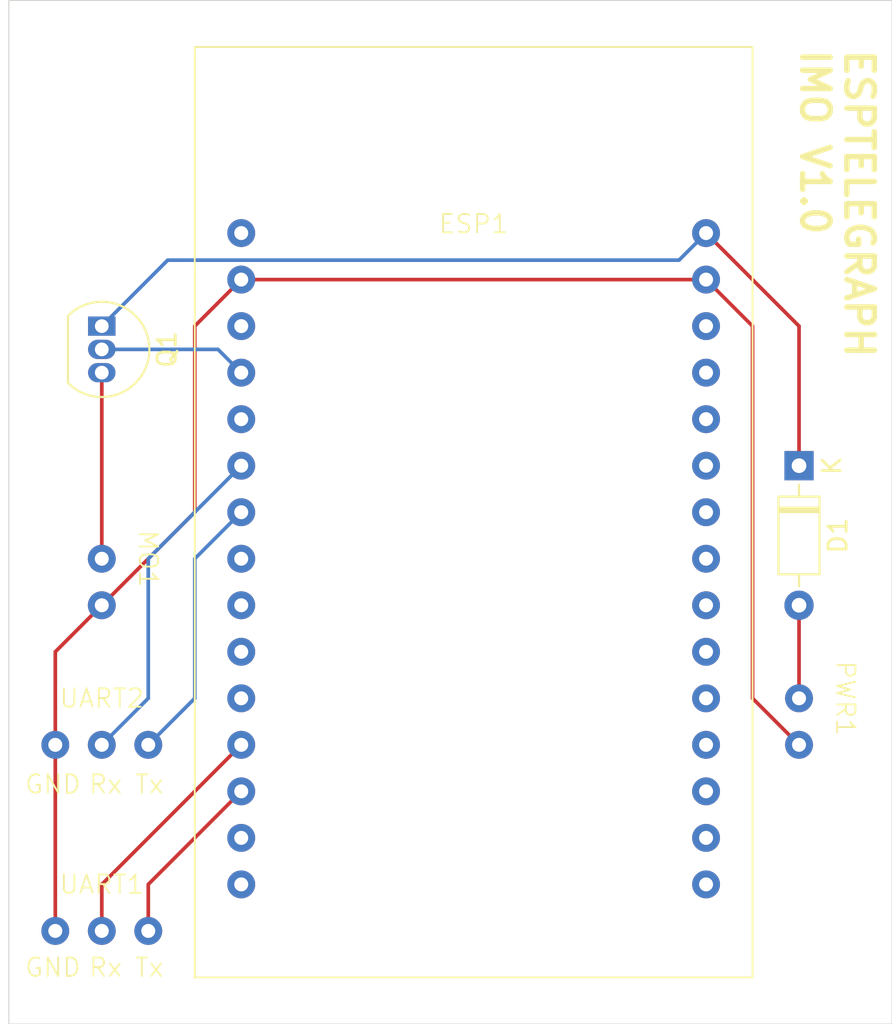
<source format=kicad_pcb>
(kicad_pcb (version 20240108) (generator "pcbnew") (generator_version "8.0")
  (layers (0 "F.Cu" signal) (31 "B.Cu" signal) (34 "B.Paste" user) (35 "F.Paste" user) (36 "B.SilkS" user "B.Silkscreen") (37 "F.SilkS" user "F.Silkscreen") (38 "B.Mask" user) (39 "F.Mask" user) (44 "Edge.Cuts" user))
  (net 0 "")
  (net 1 "Net-(MO1-A)")
  (net 2 "Net-(MO1-B)")
  (net 18 "Net-(ESP1-TX0)")
  (net 24 "Net-(ESP1-RX2)")
  (net 26 "Net-(ESP1-TX2)")
  (net 27 "Net-(ESP1-RX0)")
  (net 29 "Net-(D1-A)")
  (net 30 "Net-(D1-K)")
  (net 31 "Net-(ESP1-D2)")
  (footprint "EspTelegraph:Esp32Dev" (layer "F.Cu") (at 195.58 83.82)
    (property "Reference" "ESP1" (at 0 -0.5 0) (layer "F.SilkS") (effects (font (thickness 0.1))))
    (property "Value" "~")
    (fp_rect (start -15.24 -10.16) (end 15.24 40.64) (stroke (width 0.1)) (fill none) (layer "F.SilkS"))
    (pad "1" thru_hole circle (at -12.7 0) (size 1.524 1.524) (drill 0.762) (layers "*.Cu" "*.Mask"))
    (pad "2" thru_hole circle (at -12.7 2.54) (size 1.524 1.524) (drill 0.762) (layers "*.Cu" "*.Mask") (net 2 "Net-(MO1-B)"))
    (pad "3" thru_hole circle (at -12.7 5.08) (size 1.524 1.524) (drill 0.762) (layers "*.Cu" "*.Mask"))
    (pad "4" thru_hole circle (at -12.7 7.62) (size 1.524 1.524) (drill 0.762) (layers "*.Cu" "*.Mask") (net 31 "Net-(ESP1-D2)"))
    (pad "5" thru_hole circle (at -12.7 10.16) (size 1.524 1.524) (drill 0.762) (layers "*.Cu" "*.Mask"))
    (pad "6" thru_hole circle (at -12.7 12.7) (size 1.524 1.524) (drill 0.762) (layers "*.Cu" "*.Mask") (net 24 "Net-(ESP1-RX2)"))
    (pad "7" thru_hole circle (at -12.7 15.24) (size 1.524 1.524) (drill 0.762) (layers "*.Cu" "*.Mask") (net 26 "Net-(ESP1-TX2)"))
    (pad "8" thru_hole circle (at -12.7 17.78) (size 1.524 1.524) (drill 0.762) (layers "*.Cu" "*.Mask"))
    (pad "9" thru_hole circle (at -12.7 20.32) (size 1.524 1.524) (drill 0.762) (layers "*.Cu" "*.Mask"))
    (pad "10" thru_hole circle (at -12.7 22.86) (size 1.524 1.524) (drill 0.762) (layers "*.Cu" "*.Mask"))
    (pad "11" thru_hole circle (at -12.7 25.4) (size 1.524 1.524) (drill 0.762) (layers "*.Cu" "*.Mask"))
    (pad "12" thru_hole circle (at -12.7 27.94) (size 1.524 1.524) (drill 0.762) (layers "*.Cu" "*.Mask") (net 27 "Net-(ESP1-RX0)"))
    (pad "13" thru_hole circle (at -12.7 30.48) (size 1.524 1.524) (drill 0.762) (layers "*.Cu" "*.Mask") (net 18 "Net-(ESP1-TX0)"))
    (pad "14" thru_hole circle (at -12.7 33.02) (size 1.524 1.524) (drill 0.762) (layers "*.Cu" "*.Mask"))
    (pad "15" thru_hole circle (at -12.7 35.56) (size 1.524 1.524) (drill 0.762) (layers "*.Cu" "*.Mask"))
    (pad "16" thru_hole circle (at 12.7 0) (size 1.524 1.524) (drill 0.762) (layers "*.Cu" "*.Mask") (net 30 "Net-(D1-K)"))
    (pad "17" thru_hole circle (at 12.7 2.54) (size 1.524 1.524) (drill 0.762) (layers "*.Cu" "*.Mask") (net 2 "Net-(MO1-B)"))
    (pad "18" thru_hole circle (at 12.7 5.08) (size 1.524 1.524) (drill 0.762) (layers "*.Cu" "*.Mask"))
    (pad "19" thru_hole circle (at 12.7 7.62) (size 1.524 1.524) (drill 0.762) (layers "*.Cu" "*.Mask"))
    (pad "20" thru_hole circle (at 12.7 10.16) (size 1.524 1.524) (drill 0.762) (layers "*.Cu" "*.Mask"))
    (pad "21" thru_hole circle (at 12.7 12.7) (size 1.524 1.524) (drill 0.762) (layers "*.Cu" "*.Mask"))
    (pad "22" thru_hole circle (at 12.7 15.24) (size 1.524 1.524) (drill 0.762) (layers "*.Cu" "*.Mask"))
    (pad "23" thru_hole circle (at 12.7 17.78) (size 1.524 1.524) (drill 0.762) (layers "*.Cu" "*.Mask"))
    (pad "24" thru_hole circle (at 12.7 20.32) (size 1.524 1.524) (drill 0.762) (layers "*.Cu" "*.Mask"))
    (pad "25" thru_hole circle (at 12.7 22.86) (size 1.524 1.524) (drill 0.762) (layers "*.Cu" "*.Mask"))
    (pad "26" thru_hole circle (at 12.7 25.4) (size 1.524 1.524) (drill 0.762) (layers "*.Cu" "*.Mask"))
    (pad "27" thru_hole circle (at 12.7 27.94) (size 1.524 1.524) (drill 0.762) (layers "*.Cu" "*.Mask"))
    (pad "28" thru_hole circle (at 12.7 30.48) (size 1.524 1.524) (drill 0.762) (layers "*.Cu" "*.Mask"))
    (pad "29" thru_hole circle (at 12.7 33.02) (size 1.524 1.524) (drill 0.762) (layers "*.Cu" "*.Mask"))
    (pad "30" thru_hole circle (at 12.7 35.56) (size 1.524 1.524) (drill 0.762) (layers "*.Cu" "*.Mask"))
  )
  (footprint "EspTelegraph:PowerInput" (layer "F.Cu") (at 213.36 109.22 -90)
    (property "Reference" "PWR1" (at 0 -2.54 -90) (layer "F.SilkS") (effects (font (thickness 0.1))))
    (property "Value" "~")
    (pad "1" thru_hole circle (at 0 0 270) (size 1.524 1.524) (drill 0.762) (layers "*.Cu" "*.Mask") (net 29 "Net-(D1-A)"))
    (pad "2" thru_hole circle (at 2.54 0 270) (size 1.524 1.524) (drill 0.762) (layers "*.Cu" "*.Mask") (net 2 "Net-(MO1-B)"))
  )
  (footprint "EspTelegraph:MorseOutput" (layer "F.Cu") (at 175.26 101.6 -90)
    (property "Reference" "MO1" (at 0 -2.54 -90) (layer "F.SilkS") (effects (font (thickness 0.1))))
    (property "Value" "~")
    (pad "1" thru_hole circle (at 0 0 270) (size 1.524 1.524) (drill 0.762) (layers "*.Cu" "*.Mask") (net 1 "Net-(MO1-A)"))
    (pad "2" thru_hole circle (at 2.54 0 270) (size 1.524 1.524) (drill 0.762) (layers "*.Cu" "*.Mask") (net 2 "Net-(MO1-B)"))
  )
  (footprint "Diode_THT:D_DO-35_SOD27_P7.62mm_Horizontal" (layer "F.Cu") (at 213.36 96.52 -90)
    (property "Reference" "D1" (at 3.81 -2.12 90) (layer "F.SilkS"))
    (property "Value" "1N914")
    (fp_line (start 1.69 1.12) (end 5.93 1.12) (stroke (width 0.12)) (layer "F.SilkS"))
    (fp_line (start 5.93 1.12) (end 5.93 -1.12) (stroke (width 0.12)) (layer "F.SilkS"))
    (fp_line (start 1.04 0) (end 1.69 0) (stroke (width 0.12)) (layer "F.SilkS"))
    (fp_line (start 6.58 0) (end 5.93 0) (stroke (width 0.12)) (layer "F.SilkS"))
    (fp_line (start 1.69 -1.12) (end 1.69 1.12) (stroke (width 0.12)) (layer "F.SilkS"))
    (fp_line (start 2.29 -1.12) (end 2.29 1.12) (stroke (width 0.12)) (layer "F.SilkS"))
    (fp_line (start 2.41 -1.12) (end 2.41 1.12) (stroke (width 0.12)) (layer "F.SilkS"))
    (fp_line (start 2.53 -1.12) (end 2.53 1.12) (stroke (width 0.12)) (layer "F.SilkS"))
    (fp_line (start 5.93 -1.12) (end 1.69 -1.12) (stroke (width 0.12)) (layer "F.SilkS"))
    (fp_text user "K" (at 0 -1.8 90) (layer "F.SilkS"))
    (pad "1" thru_hole rect (at 0 0 270) (size 1.6 1.6) (drill 0.8) (layers "*.Cu" "*.Mask") (net 30 "Net-(D1-K)"))
    (pad "2" thru_hole oval (at 7.62 0 270) (size 1.6 1.6) (drill 0.8) (layers "*.Cu" "*.Mask") (net 29 "Net-(D1-A)"))
  )
  (footprint "Package_TO_SOT_THT:TO-92_Inline" (layer "F.Cu") (at 175.26 88.9 -90)
    (property "Reference" "Q1" (at 1.27 -3.56 90) (layer "F.SilkS"))
    (property "Value" "BC547")
    (fp_line (start -0.53 1.85) (end 3.07 1.85) (stroke (width 0.12)) (layer "F.SilkS"))
    (fp_arc (start -0.568478 1.838478) (mid -1.132087 -0.994977) (end 1.27 -2.6) (stroke (width 0.12)) (layer "F.SilkS"))
    (fp_arc (start 1.27 -2.6) (mid 3.672087 -0.994977) (end 3.108478 1.838478) (stroke (width 0.12)) (layer "F.SilkS"))
    (pad "1" thru_hole rect (at 0 0 270) (size 1.05 1.5) (drill 0.75) (layers "*.Cu" "*.Mask") (net 30 "Net-(D1-K)"))
    (pad "2" thru_hole oval (at 1.27 0 270) (size 1.05 1.5) (drill 0.75) (layers "*.Cu" "*.Mask") (net 31 "Net-(ESP1-D2)"))
    (pad "3" thru_hole oval (at 2.54 0 270) (size 1.05 1.5) (drill 0.75) (layers "*.Cu" "*.Mask") (net 1 "Net-(MO1-A)"))
  )
  (footprint "EspTelegraph:UART" (layer "F.Cu") (at 172.72 121.92)
    (property "Reference" "UART1" (at 2.54 -2.54 0) (layer "F.SilkS") (effects (font (thickness 0.1))))
    (property "Value" "~")
    (pad "1" thru_hole circle (at 0 0) (size 1.524 1.524) (drill 0.762) (layers "*.Cu" "*.Mask") (net 2 "Net-(MO1-B)"))
    (pad "2" thru_hole circle (at 2.54 0) (size 1.524 1.524) (drill 0.762) (layers "*.Cu" "*.Mask") (net 27 "Net-(ESP1-RX0)"))
    (pad "3" thru_hole circle (at 5.08 0) (size 1.524 1.524) (drill 0.762) (layers "*.Cu" "*.Mask") (net 18 "Net-(ESP1-TX0)"))
  )
  (footprint "EspTelegraph:UART" (layer "F.Cu") (at 172.72 111.76)
    (property "Reference" "UART2" (at 2.54 -2.54 0) (layer "F.SilkS") (effects (font (thickness 0.1))))
    (property "Value" "~")
    (pad "1" thru_hole circle (at 0 0) (size 1.524 1.524) (drill 0.762) (layers "*.Cu" "*.Mask") (net 2 "Net-(MO1-B)"))
    (pad "2" thru_hole circle (at 2.54 0) (size 1.524 1.524) (drill 0.762) (layers "*.Cu" "*.Mask") (net 24 "Net-(ESP1-RX2)"))
    (pad "3" thru_hole circle (at 5.08 0) (size 1.524 1.524) (drill 0.762) (layers "*.Cu" "*.Mask") (net 26 "Net-(ESP1-TX2)"))
  )
  (gr_rect (start 170.18 71.12) (end 218.44 127) (stroke (width 0.05)) (fill none) (layer "Edge.Cuts"))
  (gr_text "Tx" (at 177 114.5 0) (layer "F.SilkS") (effects (font (size 1 1) (thickness 0.1)) (justify left bottom)))
  (gr_text "GND" (at 171 114.5 0) (layer "F.SilkS") (effects (font (size 1 1) (thickness 0.1)) (justify left bottom)))
  (gr_text "ESPTELEGRAPH\nIMO V1.0" (at 213.36 73.66 270) (layer "F.SilkS") (effects (font (size 1.5 1.5) (thickness 0.3) (bold yes)) (justify left bottom)))
  (gr_text "Rx" (at 174.5 124.5 0) (layer "F.SilkS") (effects (font (size 1 1) (thickness 0.1)) (justify left bottom)))
  (gr_text "GND" (at 171 124.5 0) (layer "F.SilkS") (effects (font (size 1 1) (thickness 0.1)) (justify left bottom)))
  (gr_text "Tx" (at 177 124.5 0) (layer "F.SilkS") (effects (font (size 1 1) (thickness 0.1)) (justify left bottom)))
  (gr_text "Rx" (at 174.5 114.5 0) (layer "F.SilkS") (effects (font (size 1 1) (thickness 0.1)) (justify left bottom)))
  (segment (start 175.26 101.6) (end 175.26 91.44) (width 0.2) (layer "F.Cu") (net 1))
  (segment (start 172.72 111.76) (end 172.72 106.68) (width 0.2) (layer "F.Cu") (net 2))
  (segment (start 210.82 88.9) (end 210.82 109.22) (width 0.2) (layer "F.Cu") (net 2))
  (segment (start 182.88 86.36) (end 208.28 86.36) (width 0.2) (layer "F.Cu") (net 2))
  (segment (start 210.82 109.22) (end 213.36 111.76) (width 0.2) (layer "F.Cu") (net 2))
  (segment (start 208.28 86.36) (end 210.82 88.9) (width 0.2) (layer "F.Cu") (net 2))
  (segment (start 180.34 88.9) (end 180.34 99.06) (width 0.2) (layer "F.Cu") (net 2))
  (segment (start 172.72 121.92) (end 172.72 111.76) (width 0.2) (layer "F.Cu") (net 2))
  (segment (start 182.88 86.36) (end 180.34 88.9) (width 0.2) (layer "F.Cu") (net 2))
  (segment (start 180.34 99.06) (end 175.26 104.14) (width 0.2) (layer "F.Cu") (net 2))
  (segment (start 172.72 106.68) (end 175.26 104.14) (width 0.2) (layer "F.Cu") (net 2))
  (segment (start 177.8 121.92) (end 177.8 119.38) (width 0.2) (layer "F.Cu") (net 18))
  (segment (start 177.8 119.38) (end 182.88 114.3) (width 0.2) (layer "F.Cu") (net 18))
  (segment (start 177.8 109.22) (end 177.8 101.6) (width 0.2) (layer "B.Cu") (net 24))
  (segment (start 177.8 101.6) (end 182.88 96.52) (width 0.2) (layer "B.Cu") (net 24))
  (segment (start 175.26 111.76) (end 177.8 109.22) (width 0.2) (layer "B.Cu") (net 24))
  (segment (start 177.8 111.76) (end 180.34 109.22) (width 0.2) (layer "B.Cu") (net 26))
  (segment (start 180.34 101.6) (end 182.88 99.06) (width 0.2) (layer "B.Cu") (net 26))
  (segment (start 180.34 109.22) (end 180.34 101.6) (width 0.2) (layer "B.Cu") (net 26))
  (segment (start 175.26 121.92) (end 175.26 119.38) (width 0.2) (layer "F.Cu") (net 27))
  (segment (start 175.26 119.38) (end 182.88 111.76) (width 0.2) (layer "F.Cu") (net 27))
  (segment (start 213.36 109.22) (end 213.36 104.14) (width 0.2) (layer "F.Cu") (net 29))
  (segment (start 208.28 83.82) (end 213.36 88.9) (width 0.2) (layer "F.Cu") (net 30))
  (segment (start 213.36 88.9) (end 213.36 96.52) (width 0.2) (layer "F.Cu") (net 30))
  (segment (start 175.26 88.9) (end 178.862 85.298) (width 0.2) (layer "B.Cu") (net 30))
  (segment (start 178.862 85.298) (end 206.802 85.298) (width 0.2) (layer "B.Cu") (net 30))
  (segment (start 206.802 85.298) (end 208.28 83.82) (width 0.2) (layer "B.Cu") (net 30))
  (segment (start 175.26 90.17) (end 181.61 90.17) (width 0.2) (layer "B.Cu") (net 31))
  (segment (start 181.61 90.17) (end 182.88 91.44) (width 0.2) (layer "B.Cu") (net 31))
)
</source>
